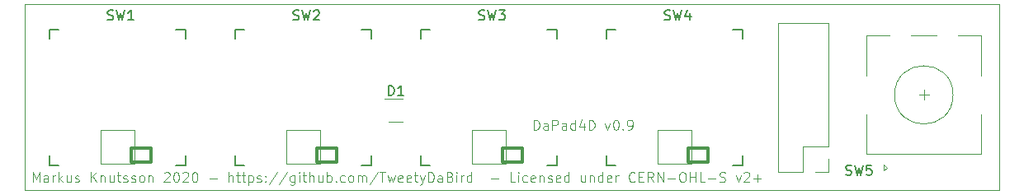
<source format=gbr>
%TF.GenerationSoftware,KiCad,Pcbnew,(5.1.6)-1*%
%TF.CreationDate,2020-11-05T08:07:17+01:00*%
%TF.ProjectId,DaPad4D,44615061-6434-4442-9e6b-696361645f70,v0.9*%
%TF.SameCoordinates,PX2d0e2e0PY4328bfc*%
%TF.FileFunction,Legend,Top*%
%TF.FilePolarity,Positive*%
%FSLAX46Y46*%
G04 Gerber Fmt 4.6, Leading zero omitted, Abs format (unit mm)*
G04 Created by KiCad (PCBNEW (5.1.6)-1) date 2020-11-05 08:07:17*
%MOMM*%
%LPD*%
G01*
G04 APERTURE LIST*
%ADD10C,0.100000*%
%TA.AperFunction,Profile*%
%ADD11C,0.050000*%
%TD*%
%ADD12C,0.150000*%
%ADD13C,0.120000*%
%ADD14C,0.300000*%
G04 APERTURE END LIST*
D10*
X52242080Y6189720D02*
X52242080Y7189720D01*
X52480176Y7189720D01*
X52623033Y7142100D01*
X52718271Y7046862D01*
X52765890Y6951624D01*
X52813509Y6761148D01*
X52813509Y6618291D01*
X52765890Y6427815D01*
X52718271Y6332577D01*
X52623033Y6237339D01*
X52480176Y6189720D01*
X52242080Y6189720D01*
X53670652Y6189720D02*
X53670652Y6713529D01*
X53623033Y6808767D01*
X53527795Y6856386D01*
X53337319Y6856386D01*
X53242080Y6808767D01*
X53670652Y6237339D02*
X53575414Y6189720D01*
X53337319Y6189720D01*
X53242080Y6237339D01*
X53194461Y6332577D01*
X53194461Y6427815D01*
X53242080Y6523053D01*
X53337319Y6570672D01*
X53575414Y6570672D01*
X53670652Y6618291D01*
X54146842Y6189720D02*
X54146842Y7189720D01*
X54527795Y7189720D01*
X54623033Y7142100D01*
X54670652Y7094481D01*
X54718271Y6999243D01*
X54718271Y6856386D01*
X54670652Y6761148D01*
X54623033Y6713529D01*
X54527795Y6665910D01*
X54146842Y6665910D01*
X55575414Y6189720D02*
X55575414Y6713529D01*
X55527795Y6808767D01*
X55432557Y6856386D01*
X55242080Y6856386D01*
X55146842Y6808767D01*
X55575414Y6237339D02*
X55480176Y6189720D01*
X55242080Y6189720D01*
X55146842Y6237339D01*
X55099223Y6332577D01*
X55099223Y6427815D01*
X55146842Y6523053D01*
X55242080Y6570672D01*
X55480176Y6570672D01*
X55575414Y6618291D01*
X56480176Y6189720D02*
X56480176Y7189720D01*
X56480176Y6237339D02*
X56384938Y6189720D01*
X56194461Y6189720D01*
X56099223Y6237339D01*
X56051604Y6284958D01*
X56003985Y6380196D01*
X56003985Y6665910D01*
X56051604Y6761148D01*
X56099223Y6808767D01*
X56194461Y6856386D01*
X56384938Y6856386D01*
X56480176Y6808767D01*
X57384938Y6856386D02*
X57384938Y6189720D01*
X57146842Y7237339D02*
X56908747Y6523053D01*
X57527795Y6523053D01*
X57908747Y6189720D02*
X57908747Y7189720D01*
X58146842Y7189720D01*
X58289700Y7142100D01*
X58384938Y7046862D01*
X58432557Y6951624D01*
X58480176Y6761148D01*
X58480176Y6618291D01*
X58432557Y6427815D01*
X58384938Y6332577D01*
X58289700Y6237339D01*
X58146842Y6189720D01*
X57908747Y6189720D01*
X59575414Y6856386D02*
X59813509Y6189720D01*
X60051604Y6856386D01*
X60623033Y7189720D02*
X60718271Y7189720D01*
X60813509Y7142100D01*
X60861128Y7094481D01*
X60908747Y6999243D01*
X60956366Y6808767D01*
X60956366Y6570672D01*
X60908747Y6380196D01*
X60861128Y6284958D01*
X60813509Y6237339D01*
X60718271Y6189720D01*
X60623033Y6189720D01*
X60527795Y6237339D01*
X60480176Y6284958D01*
X60432557Y6380196D01*
X60384938Y6570672D01*
X60384938Y6808767D01*
X60432557Y6999243D01*
X60480176Y7094481D01*
X60527795Y7142100D01*
X60623033Y7189720D01*
X61384938Y6284958D02*
X61432557Y6237339D01*
X61384938Y6189720D01*
X61337319Y6237339D01*
X61384938Y6284958D01*
X61384938Y6189720D01*
X61908747Y6189720D02*
X62099223Y6189720D01*
X62194461Y6237339D01*
X62242080Y6284958D01*
X62337319Y6427815D01*
X62384938Y6618291D01*
X62384938Y6999243D01*
X62337319Y7094481D01*
X62289700Y7142100D01*
X62194461Y7189720D01*
X62003985Y7189720D01*
X61908747Y7142100D01*
X61861128Y7094481D01*
X61813509Y6999243D01*
X61813509Y6761148D01*
X61861128Y6665910D01*
X61908747Y6618291D01*
X62003985Y6570672D01*
X62194461Y6570672D01*
X62289700Y6618291D01*
X62337319Y6665910D01*
X62384938Y6761148D01*
X844457Y817620D02*
X844457Y1817620D01*
X1177790Y1103334D01*
X1511123Y1817620D01*
X1511123Y817620D01*
X2415885Y817620D02*
X2415885Y1341429D01*
X2368266Y1436667D01*
X2273028Y1484286D01*
X2082552Y1484286D01*
X1987314Y1436667D01*
X2415885Y865239D02*
X2320647Y817620D01*
X2082552Y817620D01*
X1987314Y865239D01*
X1939695Y960477D01*
X1939695Y1055715D01*
X1987314Y1150953D01*
X2082552Y1198572D01*
X2320647Y1198572D01*
X2415885Y1246191D01*
X2892076Y817620D02*
X2892076Y1484286D01*
X2892076Y1293810D02*
X2939695Y1389048D01*
X2987314Y1436667D01*
X3082552Y1484286D01*
X3177790Y1484286D01*
X3511123Y817620D02*
X3511123Y1817620D01*
X3606361Y1198572D02*
X3892076Y817620D01*
X3892076Y1484286D02*
X3511123Y1103334D01*
X4749219Y1484286D02*
X4749219Y817620D01*
X4320647Y1484286D02*
X4320647Y960477D01*
X4368266Y865239D01*
X4463504Y817620D01*
X4606361Y817620D01*
X4701600Y865239D01*
X4749219Y912858D01*
X5177790Y865239D02*
X5273028Y817620D01*
X5463504Y817620D01*
X5558742Y865239D01*
X5606361Y960477D01*
X5606361Y1008096D01*
X5558742Y1103334D01*
X5463504Y1150953D01*
X5320647Y1150953D01*
X5225409Y1198572D01*
X5177790Y1293810D01*
X5177790Y1341429D01*
X5225409Y1436667D01*
X5320647Y1484286D01*
X5463504Y1484286D01*
X5558742Y1436667D01*
X6796838Y817620D02*
X6796838Y1817620D01*
X7368266Y817620D02*
X6939695Y1389048D01*
X7368266Y1817620D02*
X6796838Y1246191D01*
X7796838Y1484286D02*
X7796838Y817620D01*
X7796838Y1389048D02*
X7844457Y1436667D01*
X7939695Y1484286D01*
X8082552Y1484286D01*
X8177790Y1436667D01*
X8225409Y1341429D01*
X8225409Y817620D01*
X9130171Y1484286D02*
X9130171Y817620D01*
X8701600Y1484286D02*
X8701600Y960477D01*
X8749219Y865239D01*
X8844457Y817620D01*
X8987314Y817620D01*
X9082552Y865239D01*
X9130171Y912858D01*
X9463504Y1484286D02*
X9844457Y1484286D01*
X9606361Y1817620D02*
X9606361Y960477D01*
X9653980Y865239D01*
X9749219Y817620D01*
X9844457Y817620D01*
X10130171Y865239D02*
X10225409Y817620D01*
X10415885Y817620D01*
X10511123Y865239D01*
X10558742Y960477D01*
X10558742Y1008096D01*
X10511123Y1103334D01*
X10415885Y1150953D01*
X10273028Y1150953D01*
X10177790Y1198572D01*
X10130171Y1293810D01*
X10130171Y1341429D01*
X10177790Y1436667D01*
X10273028Y1484286D01*
X10415885Y1484286D01*
X10511123Y1436667D01*
X10939695Y865239D02*
X11034933Y817620D01*
X11225409Y817620D01*
X11320647Y865239D01*
X11368266Y960477D01*
X11368266Y1008096D01*
X11320647Y1103334D01*
X11225409Y1150953D01*
X11082552Y1150953D01*
X10987314Y1198572D01*
X10939695Y1293810D01*
X10939695Y1341429D01*
X10987314Y1436667D01*
X11082552Y1484286D01*
X11225409Y1484286D01*
X11320647Y1436667D01*
X11939695Y817620D02*
X11844457Y865239D01*
X11796838Y912858D01*
X11749219Y1008096D01*
X11749219Y1293810D01*
X11796838Y1389048D01*
X11844457Y1436667D01*
X11939695Y1484286D01*
X12082552Y1484286D01*
X12177790Y1436667D01*
X12225409Y1389048D01*
X12273028Y1293810D01*
X12273028Y1008096D01*
X12225409Y912858D01*
X12177790Y865239D01*
X12082552Y817620D01*
X11939695Y817620D01*
X12701600Y1484286D02*
X12701600Y817620D01*
X12701600Y1389048D02*
X12749219Y1436667D01*
X12844457Y1484286D01*
X12987314Y1484286D01*
X13082552Y1436667D01*
X13130171Y1341429D01*
X13130171Y817620D01*
X14320647Y1722381D02*
X14368266Y1770000D01*
X14463504Y1817620D01*
X14701600Y1817620D01*
X14796838Y1770000D01*
X14844457Y1722381D01*
X14892076Y1627143D01*
X14892076Y1531905D01*
X14844457Y1389048D01*
X14273028Y817620D01*
X14892076Y817620D01*
X15511123Y1817620D02*
X15606361Y1817620D01*
X15701600Y1770000D01*
X15749219Y1722381D01*
X15796838Y1627143D01*
X15844457Y1436667D01*
X15844457Y1198572D01*
X15796838Y1008096D01*
X15749219Y912858D01*
X15701600Y865239D01*
X15606361Y817620D01*
X15511123Y817620D01*
X15415885Y865239D01*
X15368266Y912858D01*
X15320647Y1008096D01*
X15273028Y1198572D01*
X15273028Y1436667D01*
X15320647Y1627143D01*
X15368266Y1722381D01*
X15415885Y1770000D01*
X15511123Y1817620D01*
X16225409Y1722381D02*
X16273028Y1770000D01*
X16368266Y1817620D01*
X16606361Y1817620D01*
X16701600Y1770000D01*
X16749219Y1722381D01*
X16796838Y1627143D01*
X16796838Y1531905D01*
X16749219Y1389048D01*
X16177790Y817620D01*
X16796838Y817620D01*
X17415885Y1817620D02*
X17511123Y1817620D01*
X17606361Y1770000D01*
X17653980Y1722381D01*
X17701600Y1627143D01*
X17749219Y1436667D01*
X17749219Y1198572D01*
X17701600Y1008096D01*
X17653980Y912858D01*
X17606361Y865239D01*
X17511123Y817620D01*
X17415885Y817620D01*
X17320647Y865239D01*
X17273028Y912858D01*
X17225409Y1008096D01*
X17177790Y1198572D01*
X17177790Y1436667D01*
X17225409Y1627143D01*
X17273028Y1722381D01*
X17320647Y1770000D01*
X17415885Y1817620D01*
X18939695Y1198572D02*
X19701600Y1198572D01*
X20939695Y817620D02*
X20939695Y1817620D01*
X21368266Y817620D02*
X21368266Y1341429D01*
X21320647Y1436667D01*
X21225409Y1484286D01*
X21082552Y1484286D01*
X20987314Y1436667D01*
X20939695Y1389048D01*
X21701600Y1484286D02*
X22082552Y1484286D01*
X21844457Y1817620D02*
X21844457Y960477D01*
X21892076Y865239D01*
X21987314Y817620D01*
X22082552Y817620D01*
X22273028Y1484286D02*
X22653980Y1484286D01*
X22415885Y1817620D02*
X22415885Y960477D01*
X22463504Y865239D01*
X22558742Y817620D01*
X22653980Y817620D01*
X22987314Y1484286D02*
X22987314Y484286D01*
X22987314Y1436667D02*
X23082552Y1484286D01*
X23273028Y1484286D01*
X23368266Y1436667D01*
X23415885Y1389048D01*
X23463504Y1293810D01*
X23463504Y1008096D01*
X23415885Y912858D01*
X23368266Y865239D01*
X23273028Y817620D01*
X23082552Y817620D01*
X22987314Y865239D01*
X23844457Y865239D02*
X23939695Y817620D01*
X24130171Y817620D01*
X24225409Y865239D01*
X24273028Y960477D01*
X24273028Y1008096D01*
X24225409Y1103334D01*
X24130171Y1150953D01*
X23987314Y1150953D01*
X23892076Y1198572D01*
X23844457Y1293810D01*
X23844457Y1341429D01*
X23892076Y1436667D01*
X23987314Y1484286D01*
X24130171Y1484286D01*
X24225409Y1436667D01*
X24701600Y912858D02*
X24749219Y865239D01*
X24701600Y817620D01*
X24653980Y865239D01*
X24701600Y912858D01*
X24701600Y817620D01*
X24701600Y1436667D02*
X24749219Y1389048D01*
X24701600Y1341429D01*
X24653980Y1389048D01*
X24701600Y1436667D01*
X24701600Y1341429D01*
X25892076Y1865239D02*
X25034933Y579524D01*
X26939695Y1865239D02*
X26082552Y579524D01*
X27701600Y1484286D02*
X27701600Y674762D01*
X27653980Y579524D01*
X27606361Y531905D01*
X27511123Y484286D01*
X27368266Y484286D01*
X27273028Y531905D01*
X27701600Y865239D02*
X27606361Y817620D01*
X27415885Y817620D01*
X27320647Y865239D01*
X27273028Y912858D01*
X27225409Y1008096D01*
X27225409Y1293810D01*
X27273028Y1389048D01*
X27320647Y1436667D01*
X27415885Y1484286D01*
X27606361Y1484286D01*
X27701600Y1436667D01*
X28177790Y817620D02*
X28177790Y1484286D01*
X28177790Y1817620D02*
X28130171Y1770000D01*
X28177790Y1722381D01*
X28225409Y1770000D01*
X28177790Y1817620D01*
X28177790Y1722381D01*
X28511123Y1484286D02*
X28892076Y1484286D01*
X28653980Y1817620D02*
X28653980Y960477D01*
X28701600Y865239D01*
X28796838Y817620D01*
X28892076Y817620D01*
X29225409Y817620D02*
X29225409Y1817620D01*
X29653980Y817620D02*
X29653980Y1341429D01*
X29606361Y1436667D01*
X29511123Y1484286D01*
X29368266Y1484286D01*
X29273028Y1436667D01*
X29225409Y1389048D01*
X30558742Y1484286D02*
X30558742Y817620D01*
X30130171Y1484286D02*
X30130171Y960477D01*
X30177790Y865239D01*
X30273028Y817620D01*
X30415885Y817620D01*
X30511123Y865239D01*
X30558742Y912858D01*
X31034933Y817620D02*
X31034933Y1817620D01*
X31034933Y1436667D02*
X31130171Y1484286D01*
X31320647Y1484286D01*
X31415885Y1436667D01*
X31463504Y1389048D01*
X31511123Y1293810D01*
X31511123Y1008096D01*
X31463504Y912858D01*
X31415885Y865239D01*
X31320647Y817620D01*
X31130171Y817620D01*
X31034933Y865239D01*
X31939695Y912858D02*
X31987314Y865239D01*
X31939695Y817620D01*
X31892076Y865239D01*
X31939695Y912858D01*
X31939695Y817620D01*
X32844457Y865239D02*
X32749219Y817620D01*
X32558742Y817620D01*
X32463504Y865239D01*
X32415885Y912858D01*
X32368266Y1008096D01*
X32368266Y1293810D01*
X32415885Y1389048D01*
X32463504Y1436667D01*
X32558742Y1484286D01*
X32749219Y1484286D01*
X32844457Y1436667D01*
X33415885Y817620D02*
X33320647Y865239D01*
X33273028Y912858D01*
X33225409Y1008096D01*
X33225409Y1293810D01*
X33273028Y1389048D01*
X33320647Y1436667D01*
X33415885Y1484286D01*
X33558742Y1484286D01*
X33653980Y1436667D01*
X33701600Y1389048D01*
X33749219Y1293810D01*
X33749219Y1008096D01*
X33701600Y912858D01*
X33653980Y865239D01*
X33558742Y817620D01*
X33415885Y817620D01*
X34177790Y817620D02*
X34177790Y1484286D01*
X34177790Y1389048D02*
X34225409Y1436667D01*
X34320647Y1484286D01*
X34463504Y1484286D01*
X34558742Y1436667D01*
X34606361Y1341429D01*
X34606361Y817620D01*
X34606361Y1341429D02*
X34653980Y1436667D01*
X34749219Y1484286D01*
X34892076Y1484286D01*
X34987314Y1436667D01*
X35034933Y1341429D01*
X35034933Y817620D01*
X36225409Y1865239D02*
X35368266Y579524D01*
X36415885Y1817620D02*
X36987314Y1817620D01*
X36701600Y817620D02*
X36701600Y1817620D01*
X37225409Y1484286D02*
X37415885Y817620D01*
X37606361Y1293810D01*
X37796838Y817620D01*
X37987314Y1484286D01*
X38749219Y865239D02*
X38653980Y817620D01*
X38463504Y817620D01*
X38368266Y865239D01*
X38320647Y960477D01*
X38320647Y1341429D01*
X38368266Y1436667D01*
X38463504Y1484286D01*
X38653980Y1484286D01*
X38749219Y1436667D01*
X38796838Y1341429D01*
X38796838Y1246191D01*
X38320647Y1150953D01*
X39606361Y865239D02*
X39511123Y817620D01*
X39320647Y817620D01*
X39225409Y865239D01*
X39177790Y960477D01*
X39177790Y1341429D01*
X39225409Y1436667D01*
X39320647Y1484286D01*
X39511123Y1484286D01*
X39606361Y1436667D01*
X39653980Y1341429D01*
X39653980Y1246191D01*
X39177790Y1150953D01*
X39939695Y1484286D02*
X40320647Y1484286D01*
X40082552Y1817620D02*
X40082552Y960477D01*
X40130171Y865239D01*
X40225409Y817620D01*
X40320647Y817620D01*
X40558742Y1484286D02*
X40796838Y817620D01*
X41034933Y1484286D02*
X40796838Y817620D01*
X40701600Y579524D01*
X40653980Y531905D01*
X40558742Y484286D01*
X41415885Y817620D02*
X41415885Y1817620D01*
X41653980Y1817620D01*
X41796838Y1770000D01*
X41892076Y1674762D01*
X41939695Y1579524D01*
X41987314Y1389048D01*
X41987314Y1246191D01*
X41939695Y1055715D01*
X41892076Y960477D01*
X41796838Y865239D01*
X41653980Y817620D01*
X41415885Y817620D01*
X42844457Y817620D02*
X42844457Y1341429D01*
X42796838Y1436667D01*
X42701600Y1484286D01*
X42511123Y1484286D01*
X42415885Y1436667D01*
X42844457Y865239D02*
X42749219Y817620D01*
X42511123Y817620D01*
X42415885Y865239D01*
X42368266Y960477D01*
X42368266Y1055715D01*
X42415885Y1150953D01*
X42511123Y1198572D01*
X42749219Y1198572D01*
X42844457Y1246191D01*
X43653980Y1341429D02*
X43796838Y1293810D01*
X43844457Y1246191D01*
X43892076Y1150953D01*
X43892076Y1008096D01*
X43844457Y912858D01*
X43796838Y865239D01*
X43701600Y817620D01*
X43320647Y817620D01*
X43320647Y1817620D01*
X43653980Y1817620D01*
X43749219Y1770000D01*
X43796838Y1722381D01*
X43844457Y1627143D01*
X43844457Y1531905D01*
X43796838Y1436667D01*
X43749219Y1389048D01*
X43653980Y1341429D01*
X43320647Y1341429D01*
X44320647Y817620D02*
X44320647Y1484286D01*
X44320647Y1817620D02*
X44273028Y1770000D01*
X44320647Y1722381D01*
X44368266Y1770000D01*
X44320647Y1817620D01*
X44320647Y1722381D01*
X44796838Y817620D02*
X44796838Y1484286D01*
X44796838Y1293810D02*
X44844457Y1389048D01*
X44892076Y1436667D01*
X44987314Y1484286D01*
X45082552Y1484286D01*
X45844457Y817620D02*
X45844457Y1817620D01*
X45844457Y865239D02*
X45749219Y817620D01*
X45558742Y817620D01*
X45463504Y865239D01*
X45415885Y912858D01*
X45368266Y1008096D01*
X45368266Y1293810D01*
X45415885Y1389048D01*
X45463504Y1436667D01*
X45558742Y1484286D01*
X45749219Y1484286D01*
X45844457Y1436667D01*
X47844457Y1198572D02*
X48606361Y1198572D01*
X50320647Y817620D02*
X49844457Y817620D01*
X49844457Y1817620D01*
X50653980Y817620D02*
X50653980Y1484286D01*
X50653980Y1817620D02*
X50606361Y1770000D01*
X50653980Y1722381D01*
X50701599Y1770000D01*
X50653980Y1817620D01*
X50653980Y1722381D01*
X51558742Y865239D02*
X51463504Y817620D01*
X51273028Y817620D01*
X51177790Y865239D01*
X51130171Y912858D01*
X51082552Y1008096D01*
X51082552Y1293810D01*
X51130171Y1389048D01*
X51177790Y1436667D01*
X51273028Y1484286D01*
X51463504Y1484286D01*
X51558742Y1436667D01*
X52368266Y865239D02*
X52273028Y817620D01*
X52082552Y817620D01*
X51987314Y865239D01*
X51939695Y960477D01*
X51939695Y1341429D01*
X51987314Y1436667D01*
X52082552Y1484286D01*
X52273028Y1484286D01*
X52368266Y1436667D01*
X52415885Y1341429D01*
X52415885Y1246191D01*
X51939695Y1150953D01*
X52844457Y1484286D02*
X52844457Y817620D01*
X52844457Y1389048D02*
X52892076Y1436667D01*
X52987314Y1484286D01*
X53130171Y1484286D01*
X53225409Y1436667D01*
X53273028Y1341429D01*
X53273028Y817620D01*
X53701600Y865239D02*
X53796838Y817620D01*
X53987314Y817620D01*
X54082552Y865239D01*
X54130171Y960477D01*
X54130171Y1008096D01*
X54082552Y1103334D01*
X53987314Y1150953D01*
X53844457Y1150953D01*
X53749219Y1198572D01*
X53701600Y1293810D01*
X53701600Y1341429D01*
X53749219Y1436667D01*
X53844457Y1484286D01*
X53987314Y1484286D01*
X54082552Y1436667D01*
X54939695Y865239D02*
X54844457Y817620D01*
X54653980Y817620D01*
X54558742Y865239D01*
X54511123Y960477D01*
X54511123Y1341429D01*
X54558742Y1436667D01*
X54653980Y1484286D01*
X54844457Y1484286D01*
X54939695Y1436667D01*
X54987314Y1341429D01*
X54987314Y1246191D01*
X54511123Y1150953D01*
X55844457Y817620D02*
X55844457Y1817620D01*
X55844457Y865239D02*
X55749219Y817620D01*
X55558742Y817620D01*
X55463504Y865239D01*
X55415885Y912858D01*
X55368266Y1008096D01*
X55368266Y1293810D01*
X55415885Y1389048D01*
X55463504Y1436667D01*
X55558742Y1484286D01*
X55749219Y1484286D01*
X55844457Y1436667D01*
X57511123Y1484286D02*
X57511123Y817620D01*
X57082552Y1484286D02*
X57082552Y960477D01*
X57130171Y865239D01*
X57225409Y817620D01*
X57368266Y817620D01*
X57463504Y865239D01*
X57511123Y912858D01*
X57987314Y1484286D02*
X57987314Y817620D01*
X57987314Y1389048D02*
X58034933Y1436667D01*
X58130171Y1484286D01*
X58273028Y1484286D01*
X58368266Y1436667D01*
X58415885Y1341429D01*
X58415885Y817620D01*
X59320647Y817620D02*
X59320647Y1817620D01*
X59320647Y865239D02*
X59225409Y817620D01*
X59034933Y817620D01*
X58939695Y865239D01*
X58892076Y912858D01*
X58844457Y1008096D01*
X58844457Y1293810D01*
X58892076Y1389048D01*
X58939695Y1436667D01*
X59034933Y1484286D01*
X59225409Y1484286D01*
X59320647Y1436667D01*
X60177790Y865239D02*
X60082552Y817620D01*
X59892076Y817620D01*
X59796838Y865239D01*
X59749219Y960477D01*
X59749219Y1341429D01*
X59796838Y1436667D01*
X59892076Y1484286D01*
X60082552Y1484286D01*
X60177790Y1436667D01*
X60225409Y1341429D01*
X60225409Y1246191D01*
X59749219Y1150953D01*
X60653980Y817620D02*
X60653980Y1484286D01*
X60653980Y1293810D02*
X60701599Y1389048D01*
X60749219Y1436667D01*
X60844457Y1484286D01*
X60939695Y1484286D01*
X62606361Y912858D02*
X62558742Y865239D01*
X62415885Y817620D01*
X62320647Y817620D01*
X62177790Y865239D01*
X62082552Y960477D01*
X62034933Y1055715D01*
X61987314Y1246191D01*
X61987314Y1389048D01*
X62034933Y1579524D01*
X62082552Y1674762D01*
X62177790Y1770000D01*
X62320647Y1817620D01*
X62415885Y1817620D01*
X62558742Y1770000D01*
X62606361Y1722381D01*
X63034933Y1341429D02*
X63368266Y1341429D01*
X63511123Y817620D02*
X63034933Y817620D01*
X63034933Y1817620D01*
X63511123Y1817620D01*
X64511123Y817620D02*
X64177790Y1293810D01*
X63939695Y817620D02*
X63939695Y1817620D01*
X64320647Y1817620D01*
X64415885Y1770000D01*
X64463504Y1722381D01*
X64511123Y1627143D01*
X64511123Y1484286D01*
X64463504Y1389048D01*
X64415885Y1341429D01*
X64320647Y1293810D01*
X63939695Y1293810D01*
X64939695Y817620D02*
X64939695Y1817620D01*
X65511123Y817620D01*
X65511123Y1817620D01*
X65987314Y1198572D02*
X66749219Y1198572D01*
X67415885Y1817620D02*
X67606361Y1817620D01*
X67701599Y1770000D01*
X67796838Y1674762D01*
X67844457Y1484286D01*
X67844457Y1150953D01*
X67796838Y960477D01*
X67701599Y865239D01*
X67606361Y817620D01*
X67415885Y817620D01*
X67320647Y865239D01*
X67225409Y960477D01*
X67177790Y1150953D01*
X67177790Y1484286D01*
X67225409Y1674762D01*
X67320647Y1770000D01*
X67415885Y1817620D01*
X68273028Y817620D02*
X68273028Y1817620D01*
X68273028Y1341429D02*
X68844457Y1341429D01*
X68844457Y817620D02*
X68844457Y1817620D01*
X69796838Y817620D02*
X69320647Y817620D01*
X69320647Y1817620D01*
X70130171Y1198572D02*
X70892076Y1198572D01*
X71320647Y865239D02*
X71463504Y817620D01*
X71701599Y817620D01*
X71796838Y865239D01*
X71844457Y912858D01*
X71892076Y1008096D01*
X71892076Y1103334D01*
X71844457Y1198572D01*
X71796838Y1246191D01*
X71701599Y1293810D01*
X71511123Y1341429D01*
X71415885Y1389048D01*
X71368266Y1436667D01*
X71320647Y1531905D01*
X71320647Y1627143D01*
X71368266Y1722381D01*
X71415885Y1770000D01*
X71511123Y1817620D01*
X71749219Y1817620D01*
X71892076Y1770000D01*
X72987314Y1484286D02*
X73225409Y817620D01*
X73463504Y1484286D01*
X73796838Y1722381D02*
X73844457Y1770000D01*
X73939695Y1817620D01*
X74177790Y1817620D01*
X74273028Y1770000D01*
X74320647Y1722381D01*
X74368266Y1627143D01*
X74368266Y1531905D01*
X74320647Y1389048D01*
X73749219Y817620D01*
X74368266Y817620D01*
X74796838Y1198572D02*
X75558742Y1198572D01*
X75177790Y817620D02*
X75177790Y1579524D01*
D11*
X0Y-25000D02*
X0Y19075000D01*
X99999800Y-25000D02*
X0Y-25000D01*
X99999800Y19075400D02*
X99999800Y-25000D01*
X0Y19075000D02*
X100000000Y19075000D01*
D12*
%TO.C,SW4*%
X73675000Y3525000D02*
X73675000Y2525000D01*
X72675000Y16525000D02*
X73675000Y16525000D01*
X59675000Y15525000D02*
X59675000Y16525000D01*
X59675000Y16525000D02*
X60675000Y16525000D01*
X60675000Y2525000D02*
X59675000Y2525000D01*
X73675000Y16525000D02*
X73675000Y15525000D01*
X59675000Y2525000D02*
X59675000Y3525000D01*
X73675000Y2525000D02*
X72675000Y2525000D01*
%TO.C,SW3*%
X54625000Y3525000D02*
X54625000Y2525000D01*
X53625000Y16525000D02*
X54625000Y16525000D01*
X40625000Y15525000D02*
X40625000Y16525000D01*
X40625000Y16525000D02*
X41625000Y16525000D01*
X41625000Y2525000D02*
X40625000Y2525000D01*
X54625000Y16525000D02*
X54625000Y15525000D01*
X40625000Y2525000D02*
X40625000Y3525000D01*
X54625000Y2525000D02*
X53625000Y2525000D01*
%TO.C,SW2*%
X35575000Y3525000D02*
X35575000Y2525000D01*
X34575000Y16525000D02*
X35575000Y16525000D01*
X21575000Y15525000D02*
X21575000Y16525000D01*
X21575000Y16525000D02*
X22575000Y16525000D01*
X22575000Y2525000D02*
X21575000Y2525000D01*
X35575000Y16525000D02*
X35575000Y15525000D01*
X21575000Y2525000D02*
X21575000Y3525000D01*
X35575000Y2525000D02*
X34575000Y2525000D01*
%TO.C,SW1*%
X16525000Y3525000D02*
X16525000Y2525000D01*
X15525000Y16525000D02*
X16525000Y16525000D01*
X2525000Y15525000D02*
X2525000Y16525000D01*
X2525000Y16525000D02*
X3525000Y16525000D01*
X3525000Y2525000D02*
X2525000Y2525000D01*
X16525000Y16525000D02*
X16525000Y15525000D01*
X2525000Y2525000D02*
X2525000Y3525000D01*
X16525000Y2525000D02*
X15525000Y2525000D01*
D13*
%TO.C,J1*%
X82495700Y1832300D02*
X81165700Y1832300D01*
X82495700Y3162300D02*
X82495700Y1832300D01*
X79895700Y1832300D02*
X77295700Y1832300D01*
X79895700Y4432300D02*
X79895700Y1832300D01*
X82495700Y4432300D02*
X79895700Y4432300D01*
X77295700Y1832300D02*
X77295700Y17192300D01*
X82495700Y4432300D02*
X82495700Y17192300D01*
X82495700Y17192300D02*
X77295700Y17192300D01*
D14*
%TO.C,D5*%
X32005000Y4295000D02*
X32005000Y2845000D01*
X32005000Y2845000D02*
X29955000Y2845000D01*
X29955000Y2845000D02*
X29955000Y4295000D01*
X29955000Y4295000D02*
X32005000Y4295000D01*
D11*
X30325000Y2695000D02*
X26825000Y2695000D01*
X26825000Y6195000D02*
X30325000Y6195000D01*
X30325000Y6195000D02*
X30325000Y2695000D01*
X26825000Y6195000D02*
X26825000Y2695000D01*
D14*
%TO.C,D4*%
X51055000Y4295000D02*
X51055000Y2845000D01*
X51055000Y2845000D02*
X49005000Y2845000D01*
X49005000Y2845000D02*
X49005000Y4295000D01*
X49005000Y4295000D02*
X51055000Y4295000D01*
D11*
X49375000Y2695000D02*
X45875000Y2695000D01*
X45875000Y6195000D02*
X49375000Y6195000D01*
X49375000Y6195000D02*
X49375000Y2695000D01*
X45875000Y6195000D02*
X45875000Y2695000D01*
D14*
%TO.C,D3*%
X70105000Y4295000D02*
X70105000Y2845000D01*
X70105000Y2845000D02*
X68055000Y2845000D01*
X68055000Y2845000D02*
X68055000Y4295000D01*
X68055000Y4295000D02*
X70105000Y4295000D01*
D11*
X68425000Y2695000D02*
X64925000Y2695000D01*
X64925000Y6195000D02*
X68425000Y6195000D01*
X68425000Y6195000D02*
X68425000Y2695000D01*
X64925000Y6195000D02*
X64925000Y2695000D01*
D14*
%TO.C,D6*%
X12955000Y4295000D02*
X12955000Y2845000D01*
X12955000Y2845000D02*
X10905000Y2845000D01*
X10905000Y2845000D02*
X10905000Y4295000D01*
X10905000Y4295000D02*
X12955000Y4295000D01*
D11*
X11275000Y2695000D02*
X7775000Y2695000D01*
X7775000Y6195000D02*
X11275000Y6195000D01*
X11275000Y6195000D02*
X11275000Y2695000D01*
X7775000Y6195000D02*
X7775000Y2695000D01*
D13*
%TO.C,D1*%
X37387300Y7018800D02*
X38787300Y7018800D01*
X38787300Y9338800D02*
X36887300Y9338800D01*
%TO.C,SW5*%
X92265500Y9275000D02*
X92265500Y10275000D01*
X91765500Y9775000D02*
X92765500Y9775000D01*
X95765500Y15875000D02*
X98165500Y15875000D01*
X90965500Y15875000D02*
X93565500Y15875000D01*
X86365500Y15875000D02*
X88765500Y15875000D01*
X88165500Y2575000D02*
X88465500Y2275000D01*
X88165500Y1975000D02*
X88165500Y2575000D01*
X88465500Y2275000D02*
X88165500Y1975000D01*
X86365500Y3675000D02*
X98165500Y3675000D01*
X86365500Y7775000D02*
X86365500Y3675000D01*
X98165500Y7775000D02*
X98165500Y3675000D01*
X98165500Y15875000D02*
X98165500Y11775000D01*
X86365500Y11775000D02*
X86365500Y15875000D01*
X95265500Y9775000D02*
G75*
G03*
X95265500Y9775000I-3000000J0D01*
G01*
%TD*%
%TO.C,SW4*%
D12*
X65671666Y17530239D02*
X65814523Y17482620D01*
X66052619Y17482620D01*
X66147857Y17530239D01*
X66195476Y17577858D01*
X66243095Y17673096D01*
X66243095Y17768334D01*
X66195476Y17863572D01*
X66147857Y17911191D01*
X66052619Y17958810D01*
X65862142Y18006429D01*
X65766904Y18054048D01*
X65719285Y18101667D01*
X65671666Y18196905D01*
X65671666Y18292143D01*
X65719285Y18387381D01*
X65766904Y18435000D01*
X65862142Y18482620D01*
X66100238Y18482620D01*
X66243095Y18435000D01*
X66576428Y18482620D02*
X66814523Y17482620D01*
X67005000Y18196905D01*
X67195476Y17482620D01*
X67433571Y18482620D01*
X68243095Y18149286D02*
X68243095Y17482620D01*
X68005000Y18530239D02*
X67766904Y17815953D01*
X68385952Y17815953D01*
%TO.C,SW3*%
X46621666Y17530239D02*
X46764523Y17482620D01*
X47002619Y17482620D01*
X47097857Y17530239D01*
X47145476Y17577858D01*
X47193095Y17673096D01*
X47193095Y17768334D01*
X47145476Y17863572D01*
X47097857Y17911191D01*
X47002619Y17958810D01*
X46812142Y18006429D01*
X46716904Y18054048D01*
X46669285Y18101667D01*
X46621666Y18196905D01*
X46621666Y18292143D01*
X46669285Y18387381D01*
X46716904Y18435000D01*
X46812142Y18482620D01*
X47050238Y18482620D01*
X47193095Y18435000D01*
X47526428Y18482620D02*
X47764523Y17482620D01*
X47955000Y18196905D01*
X48145476Y17482620D01*
X48383571Y18482620D01*
X48669285Y18482620D02*
X49288333Y18482620D01*
X48955000Y18101667D01*
X49097857Y18101667D01*
X49193095Y18054048D01*
X49240714Y18006429D01*
X49288333Y17911191D01*
X49288333Y17673096D01*
X49240714Y17577858D01*
X49193095Y17530239D01*
X49097857Y17482620D01*
X48812142Y17482620D01*
X48716904Y17530239D01*
X48669285Y17577858D01*
%TO.C,SW2*%
X27571666Y17530239D02*
X27714523Y17482620D01*
X27952619Y17482620D01*
X28047857Y17530239D01*
X28095476Y17577858D01*
X28143095Y17673096D01*
X28143095Y17768334D01*
X28095476Y17863572D01*
X28047857Y17911191D01*
X27952619Y17958810D01*
X27762142Y18006429D01*
X27666904Y18054048D01*
X27619285Y18101667D01*
X27571666Y18196905D01*
X27571666Y18292143D01*
X27619285Y18387381D01*
X27666904Y18435000D01*
X27762142Y18482620D01*
X28000238Y18482620D01*
X28143095Y18435000D01*
X28476428Y18482620D02*
X28714523Y17482620D01*
X28905000Y18196905D01*
X29095476Y17482620D01*
X29333571Y18482620D01*
X29666904Y18387381D02*
X29714523Y18435000D01*
X29809761Y18482620D01*
X30047857Y18482620D01*
X30143095Y18435000D01*
X30190714Y18387381D01*
X30238333Y18292143D01*
X30238333Y18196905D01*
X30190714Y18054048D01*
X29619285Y17482620D01*
X30238333Y17482620D01*
%TO.C,SW1*%
X8521666Y17530239D02*
X8664523Y17482620D01*
X8902619Y17482620D01*
X8997857Y17530239D01*
X9045476Y17577858D01*
X9093095Y17673096D01*
X9093095Y17768334D01*
X9045476Y17863572D01*
X8997857Y17911191D01*
X8902619Y17958810D01*
X8712142Y18006429D01*
X8616904Y18054048D01*
X8569285Y18101667D01*
X8521666Y18196905D01*
X8521666Y18292143D01*
X8569285Y18387381D01*
X8616904Y18435000D01*
X8712142Y18482620D01*
X8950238Y18482620D01*
X9093095Y18435000D01*
X9426428Y18482620D02*
X9664523Y17482620D01*
X9855000Y18196905D01*
X10045476Y17482620D01*
X10283571Y18482620D01*
X11188333Y17482620D02*
X10616904Y17482620D01*
X10902619Y17482620D02*
X10902619Y18482620D01*
X10807380Y18339762D01*
X10712142Y18244524D01*
X10616904Y18196905D01*
%TO.C,D1*%
X37349204Y9726420D02*
X37349204Y10726420D01*
X37587300Y10726420D01*
X37730157Y10678800D01*
X37825395Y10583562D01*
X37873014Y10488324D01*
X37920633Y10297848D01*
X37920633Y10154991D01*
X37873014Y9964515D01*
X37825395Y9869277D01*
X37730157Y9774039D01*
X37587300Y9726420D01*
X37349204Y9726420D01*
X38873014Y9726420D02*
X38301585Y9726420D01*
X38587300Y9726420D02*
X38587300Y10726420D01*
X38492061Y10583562D01*
X38396823Y10488324D01*
X38301585Y10440705D01*
%TO.C,SW5*%
X84264666Y1576439D02*
X84407523Y1528820D01*
X84645619Y1528820D01*
X84740857Y1576439D01*
X84788476Y1624058D01*
X84836095Y1719296D01*
X84836095Y1814534D01*
X84788476Y1909772D01*
X84740857Y1957391D01*
X84645619Y2005010D01*
X84455142Y2052629D01*
X84359904Y2100248D01*
X84312285Y2147867D01*
X84264666Y2243105D01*
X84264666Y2338343D01*
X84312285Y2433581D01*
X84359904Y2481200D01*
X84455142Y2528820D01*
X84693238Y2528820D01*
X84836095Y2481200D01*
X85169428Y2528820D02*
X85407523Y1528820D01*
X85598000Y2243105D01*
X85788476Y1528820D01*
X86026571Y2528820D01*
X86883714Y2528820D02*
X86407523Y2528820D01*
X86359904Y2052629D01*
X86407523Y2100248D01*
X86502761Y2147867D01*
X86740857Y2147867D01*
X86836095Y2100248D01*
X86883714Y2052629D01*
X86931333Y1957391D01*
X86931333Y1719296D01*
X86883714Y1624058D01*
X86836095Y1576439D01*
X86740857Y1528820D01*
X86502761Y1528820D01*
X86407523Y1576439D01*
X86359904Y1624058D01*
%TD*%
M02*

</source>
